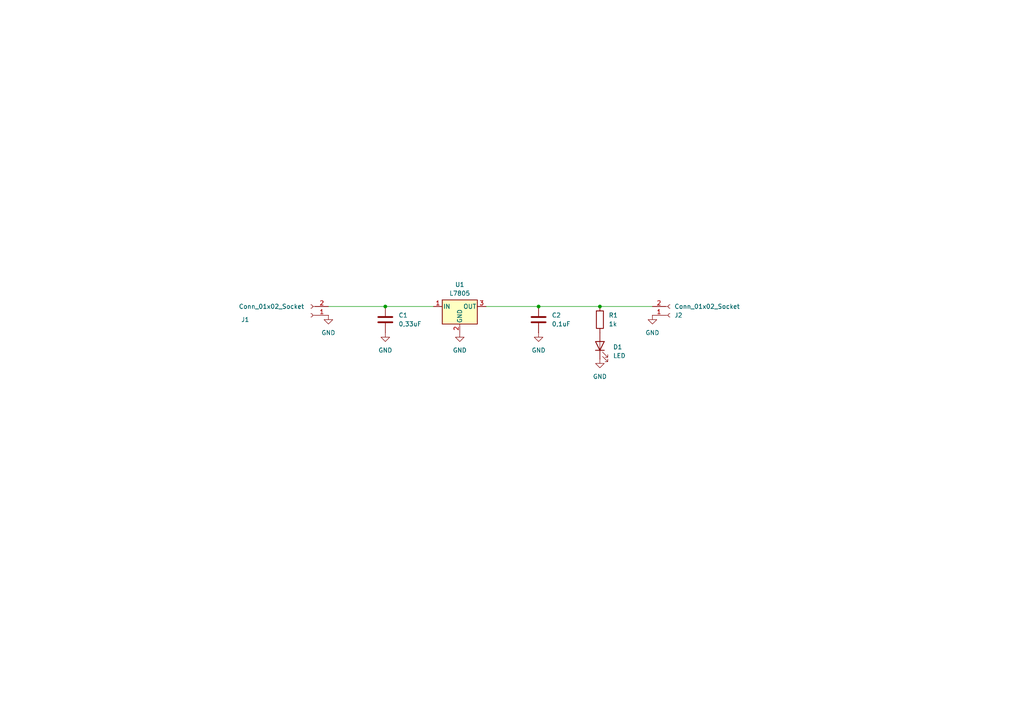
<source format=kicad_sch>
(kicad_sch
	(version 20231120)
	(generator "eeschema")
	(generator_version "8.0")
	(uuid "e1984a2d-4d38-4f40-b62d-4c6ad0e74022")
	(paper "A4")
	(lib_symbols
		(symbol "Connector:Conn_01x02_Socket"
			(pin_names
				(offset 1.016) hide)
			(exclude_from_sim no)
			(in_bom yes)
			(on_board yes)
			(property "Reference" "J"
				(at 0 2.54 0)
				(effects
					(font
						(size 1.27 1.27)
					)
				)
			)
			(property "Value" "Conn_01x02_Socket"
				(at 0 -5.08 0)
				(effects
					(font
						(size 1.27 1.27)
					)
				)
			)
			(property "Footprint" ""
				(at 0 0 0)
				(effects
					(font
						(size 1.27 1.27)
					)
					(hide yes)
				)
			)
			(property "Datasheet" "~"
				(at 0 0 0)
				(effects
					(font
						(size 1.27 1.27)
					)
					(hide yes)
				)
			)
			(property "Description" "Generic connector, single row, 01x02, script generated"
				(at 0 0 0)
				(effects
					(font
						(size 1.27 1.27)
					)
					(hide yes)
				)
			)
			(property "ki_locked" ""
				(at 0 0 0)
				(effects
					(font
						(size 1.27 1.27)
					)
				)
			)
			(property "ki_keywords" "connector"
				(at 0 0 0)
				(effects
					(font
						(size 1.27 1.27)
					)
					(hide yes)
				)
			)
			(property "ki_fp_filters" "Connector*:*_1x??_*"
				(at 0 0 0)
				(effects
					(font
						(size 1.27 1.27)
					)
					(hide yes)
				)
			)
			(symbol "Conn_01x02_Socket_1_1"
				(arc
					(start 0 -2.032)
					(mid -0.5058 -2.54)
					(end 0 -3.048)
					(stroke
						(width 0.1524)
						(type default)
					)
					(fill
						(type none)
					)
				)
				(polyline
					(pts
						(xy -1.27 -2.54) (xy -0.508 -2.54)
					)
					(stroke
						(width 0.1524)
						(type default)
					)
					(fill
						(type none)
					)
				)
				(polyline
					(pts
						(xy -1.27 0) (xy -0.508 0)
					)
					(stroke
						(width 0.1524)
						(type default)
					)
					(fill
						(type none)
					)
				)
				(arc
					(start 0 0.508)
					(mid -0.5058 0)
					(end 0 -0.508)
					(stroke
						(width 0.1524)
						(type default)
					)
					(fill
						(type none)
					)
				)
				(pin passive line
					(at -5.08 0 0)
					(length 3.81)
					(name "Pin_1"
						(effects
							(font
								(size 1.27 1.27)
							)
						)
					)
					(number "1"
						(effects
							(font
								(size 1.27 1.27)
							)
						)
					)
				)
				(pin passive line
					(at -5.08 -2.54 0)
					(length 3.81)
					(name "Pin_2"
						(effects
							(font
								(size 1.27 1.27)
							)
						)
					)
					(number "2"
						(effects
							(font
								(size 1.27 1.27)
							)
						)
					)
				)
			)
		)
		(symbol "Device:C"
			(pin_numbers hide)
			(pin_names
				(offset 0.254)
			)
			(exclude_from_sim no)
			(in_bom yes)
			(on_board yes)
			(property "Reference" "C"
				(at 0.635 2.54 0)
				(effects
					(font
						(size 1.27 1.27)
					)
					(justify left)
				)
			)
			(property "Value" "C"
				(at 0.635 -2.54 0)
				(effects
					(font
						(size 1.27 1.27)
					)
					(justify left)
				)
			)
			(property "Footprint" ""
				(at 0.9652 -3.81 0)
				(effects
					(font
						(size 1.27 1.27)
					)
					(hide yes)
				)
			)
			(property "Datasheet" "~"
				(at 0 0 0)
				(effects
					(font
						(size 1.27 1.27)
					)
					(hide yes)
				)
			)
			(property "Description" "Unpolarized capacitor"
				(at 0 0 0)
				(effects
					(font
						(size 1.27 1.27)
					)
					(hide yes)
				)
			)
			(property "ki_keywords" "cap capacitor"
				(at 0 0 0)
				(effects
					(font
						(size 1.27 1.27)
					)
					(hide yes)
				)
			)
			(property "ki_fp_filters" "C_*"
				(at 0 0 0)
				(effects
					(font
						(size 1.27 1.27)
					)
					(hide yes)
				)
			)
			(symbol "C_0_1"
				(polyline
					(pts
						(xy -2.032 -0.762) (xy 2.032 -0.762)
					)
					(stroke
						(width 0.508)
						(type default)
					)
					(fill
						(type none)
					)
				)
				(polyline
					(pts
						(xy -2.032 0.762) (xy 2.032 0.762)
					)
					(stroke
						(width 0.508)
						(type default)
					)
					(fill
						(type none)
					)
				)
			)
			(symbol "C_1_1"
				(pin passive line
					(at 0 3.81 270)
					(length 2.794)
					(name "~"
						(effects
							(font
								(size 1.27 1.27)
							)
						)
					)
					(number "1"
						(effects
							(font
								(size 1.27 1.27)
							)
						)
					)
				)
				(pin passive line
					(at 0 -3.81 90)
					(length 2.794)
					(name "~"
						(effects
							(font
								(size 1.27 1.27)
							)
						)
					)
					(number "2"
						(effects
							(font
								(size 1.27 1.27)
							)
						)
					)
				)
			)
		)
		(symbol "Device:LED"
			(pin_numbers hide)
			(pin_names
				(offset 1.016) hide)
			(exclude_from_sim no)
			(in_bom yes)
			(on_board yes)
			(property "Reference" "D"
				(at 0 2.54 0)
				(effects
					(font
						(size 1.27 1.27)
					)
				)
			)
			(property "Value" "LED"
				(at 0 -2.54 0)
				(effects
					(font
						(size 1.27 1.27)
					)
				)
			)
			(property "Footprint" ""
				(at 0 0 0)
				(effects
					(font
						(size 1.27 1.27)
					)
					(hide yes)
				)
			)
			(property "Datasheet" "~"
				(at 0 0 0)
				(effects
					(font
						(size 1.27 1.27)
					)
					(hide yes)
				)
			)
			(property "Description" "Light emitting diode"
				(at 0 0 0)
				(effects
					(font
						(size 1.27 1.27)
					)
					(hide yes)
				)
			)
			(property "ki_keywords" "LED diode"
				(at 0 0 0)
				(effects
					(font
						(size 1.27 1.27)
					)
					(hide yes)
				)
			)
			(property "ki_fp_filters" "LED* LED_SMD:* LED_THT:*"
				(at 0 0 0)
				(effects
					(font
						(size 1.27 1.27)
					)
					(hide yes)
				)
			)
			(symbol "LED_0_1"
				(polyline
					(pts
						(xy -1.27 -1.27) (xy -1.27 1.27)
					)
					(stroke
						(width 0.254)
						(type default)
					)
					(fill
						(type none)
					)
				)
				(polyline
					(pts
						(xy -1.27 0) (xy 1.27 0)
					)
					(stroke
						(width 0)
						(type default)
					)
					(fill
						(type none)
					)
				)
				(polyline
					(pts
						(xy 1.27 -1.27) (xy 1.27 1.27) (xy -1.27 0) (xy 1.27 -1.27)
					)
					(stroke
						(width 0.254)
						(type default)
					)
					(fill
						(type none)
					)
				)
				(polyline
					(pts
						(xy -3.048 -0.762) (xy -4.572 -2.286) (xy -3.81 -2.286) (xy -4.572 -2.286) (xy -4.572 -1.524)
					)
					(stroke
						(width 0)
						(type default)
					)
					(fill
						(type none)
					)
				)
				(polyline
					(pts
						(xy -1.778 -0.762) (xy -3.302 -2.286) (xy -2.54 -2.286) (xy -3.302 -2.286) (xy -3.302 -1.524)
					)
					(stroke
						(width 0)
						(type default)
					)
					(fill
						(type none)
					)
				)
			)
			(symbol "LED_1_1"
				(pin passive line
					(at -3.81 0 0)
					(length 2.54)
					(name "K"
						(effects
							(font
								(size 1.27 1.27)
							)
						)
					)
					(number "1"
						(effects
							(font
								(size 1.27 1.27)
							)
						)
					)
				)
				(pin passive line
					(at 3.81 0 180)
					(length 2.54)
					(name "A"
						(effects
							(font
								(size 1.27 1.27)
							)
						)
					)
					(number "2"
						(effects
							(font
								(size 1.27 1.27)
							)
						)
					)
				)
			)
		)
		(symbol "Device:R"
			(pin_numbers hide)
			(pin_names
				(offset 0)
			)
			(exclude_from_sim no)
			(in_bom yes)
			(on_board yes)
			(property "Reference" "R"
				(at 2.032 0 90)
				(effects
					(font
						(size 1.27 1.27)
					)
				)
			)
			(property "Value" "R"
				(at 0 0 90)
				(effects
					(font
						(size 1.27 1.27)
					)
				)
			)
			(property "Footprint" ""
				(at -1.778 0 90)
				(effects
					(font
						(size 1.27 1.27)
					)
					(hide yes)
				)
			)
			(property "Datasheet" "~"
				(at 0 0 0)
				(effects
					(font
						(size 1.27 1.27)
					)
					(hide yes)
				)
			)
			(property "Description" "Resistor"
				(at 0 0 0)
				(effects
					(font
						(size 1.27 1.27)
					)
					(hide yes)
				)
			)
			(property "ki_keywords" "R res resistor"
				(at 0 0 0)
				(effects
					(font
						(size 1.27 1.27)
					)
					(hide yes)
				)
			)
			(property "ki_fp_filters" "R_*"
				(at 0 0 0)
				(effects
					(font
						(size 1.27 1.27)
					)
					(hide yes)
				)
			)
			(symbol "R_0_1"
				(rectangle
					(start -1.016 -2.54)
					(end 1.016 2.54)
					(stroke
						(width 0.254)
						(type default)
					)
					(fill
						(type none)
					)
				)
			)
			(symbol "R_1_1"
				(pin passive line
					(at 0 3.81 270)
					(length 1.27)
					(name "~"
						(effects
							(font
								(size 1.27 1.27)
							)
						)
					)
					(number "1"
						(effects
							(font
								(size 1.27 1.27)
							)
						)
					)
				)
				(pin passive line
					(at 0 -3.81 90)
					(length 1.27)
					(name "~"
						(effects
							(font
								(size 1.27 1.27)
							)
						)
					)
					(number "2"
						(effects
							(font
								(size 1.27 1.27)
							)
						)
					)
				)
			)
		)
		(symbol "Regulator_Linear:L7805"
			(pin_names
				(offset 0.254)
			)
			(exclude_from_sim no)
			(in_bom yes)
			(on_board yes)
			(property "Reference" "U"
				(at -3.81 3.175 0)
				(effects
					(font
						(size 1.27 1.27)
					)
				)
			)
			(property "Value" "L7805"
				(at 0 3.175 0)
				(effects
					(font
						(size 1.27 1.27)
					)
					(justify left)
				)
			)
			(property "Footprint" ""
				(at 0.635 -3.81 0)
				(effects
					(font
						(size 1.27 1.27)
						(italic yes)
					)
					(justify left)
					(hide yes)
				)
			)
			(property "Datasheet" "http://www.st.com/content/ccc/resource/technical/document/datasheet/41/4f/b3/b0/12/d4/47/88/CD00000444.pdf/files/CD00000444.pdf/jcr:content/translations/en.CD00000444.pdf"
				(at 0 -1.27 0)
				(effects
					(font
						(size 1.27 1.27)
					)
					(hide yes)
				)
			)
			(property "Description" "Positive 1.5A 35V Linear Regulator, Fixed Output 5V, TO-220/TO-263/TO-252"
				(at 0 0 0)
				(effects
					(font
						(size 1.27 1.27)
					)
					(hide yes)
				)
			)
			(property "ki_keywords" "Voltage Regulator 1.5A Positive"
				(at 0 0 0)
				(effects
					(font
						(size 1.27 1.27)
					)
					(hide yes)
				)
			)
			(property "ki_fp_filters" "TO?252* TO?263* TO?220*"
				(at 0 0 0)
				(effects
					(font
						(size 1.27 1.27)
					)
					(hide yes)
				)
			)
			(symbol "L7805_0_1"
				(rectangle
					(start -5.08 1.905)
					(end 5.08 -5.08)
					(stroke
						(width 0.254)
						(type default)
					)
					(fill
						(type background)
					)
				)
			)
			(symbol "L7805_1_1"
				(pin power_in line
					(at -7.62 0 0)
					(length 2.54)
					(name "IN"
						(effects
							(font
								(size 1.27 1.27)
							)
						)
					)
					(number "1"
						(effects
							(font
								(size 1.27 1.27)
							)
						)
					)
				)
				(pin power_in line
					(at 0 -7.62 90)
					(length 2.54)
					(name "GND"
						(effects
							(font
								(size 1.27 1.27)
							)
						)
					)
					(number "2"
						(effects
							(font
								(size 1.27 1.27)
							)
						)
					)
				)
				(pin power_out line
					(at 7.62 0 180)
					(length 2.54)
					(name "OUT"
						(effects
							(font
								(size 1.27 1.27)
							)
						)
					)
					(number "3"
						(effects
							(font
								(size 1.27 1.27)
							)
						)
					)
				)
			)
		)
		(symbol "power:GND"
			(power)
			(pin_numbers hide)
			(pin_names
				(offset 0) hide)
			(exclude_from_sim no)
			(in_bom yes)
			(on_board yes)
			(property "Reference" "#PWR"
				(at 0 -6.35 0)
				(effects
					(font
						(size 1.27 1.27)
					)
					(hide yes)
				)
			)
			(property "Value" "GND"
				(at 0 -3.81 0)
				(effects
					(font
						(size 1.27 1.27)
					)
				)
			)
			(property "Footprint" ""
				(at 0 0 0)
				(effects
					(font
						(size 1.27 1.27)
					)
					(hide yes)
				)
			)
			(property "Datasheet" ""
				(at 0 0 0)
				(effects
					(font
						(size 1.27 1.27)
					)
					(hide yes)
				)
			)
			(property "Description" "Power symbol creates a global label with name \"GND\" , ground"
				(at 0 0 0)
				(effects
					(font
						(size 1.27 1.27)
					)
					(hide yes)
				)
			)
			(property "ki_keywords" "global power"
				(at 0 0 0)
				(effects
					(font
						(size 1.27 1.27)
					)
					(hide yes)
				)
			)
			(symbol "GND_0_1"
				(polyline
					(pts
						(xy 0 0) (xy 0 -1.27) (xy 1.27 -1.27) (xy 0 -2.54) (xy -1.27 -1.27) (xy 0 -1.27)
					)
					(stroke
						(width 0)
						(type default)
					)
					(fill
						(type none)
					)
				)
			)
			(symbol "GND_1_1"
				(pin power_in line
					(at 0 0 270)
					(length 0)
					(name "~"
						(effects
							(font
								(size 1.27 1.27)
							)
						)
					)
					(number "1"
						(effects
							(font
								(size 1.27 1.27)
							)
						)
					)
				)
			)
		)
	)
	(junction
		(at 111.76 88.9)
		(diameter 0)
		(color 0 0 0 0)
		(uuid "0a8dd210-466e-4bc6-9ec1-ad6749f16903")
	)
	(junction
		(at 156.21 88.9)
		(diameter 0)
		(color 0 0 0 0)
		(uuid "55eed579-ec01-47da-9163-83a82eb3bd09")
	)
	(junction
		(at 173.99 88.9)
		(diameter 0)
		(color 0 0 0 0)
		(uuid "ab916230-bf73-4005-8462-2da8139a2751")
	)
	(wire
		(pts
			(xy 173.99 88.9) (xy 189.23 88.9)
		)
		(stroke
			(width 0)
			(type default)
		)
		(uuid "45b52f69-31d8-41ba-b023-681c3c785881")
	)
	(wire
		(pts
			(xy 111.76 88.9) (xy 125.73 88.9)
		)
		(stroke
			(width 0)
			(type default)
		)
		(uuid "97cf2ed3-1a72-492e-8ea2-3641d18749d2")
	)
	(wire
		(pts
			(xy 156.21 88.9) (xy 173.99 88.9)
		)
		(stroke
			(width 0)
			(type default)
		)
		(uuid "9d983610-f2cd-4f3f-b980-1f2b8a69f5c9")
	)
	(wire
		(pts
			(xy 95.25 88.9) (xy 111.76 88.9)
		)
		(stroke
			(width 0)
			(type default)
		)
		(uuid "e1e7a468-2e1d-40c5-99a0-9add10c0da42")
	)
	(wire
		(pts
			(xy 140.97 88.9) (xy 156.21 88.9)
		)
		(stroke
			(width 0)
			(type default)
		)
		(uuid "f3048934-252b-4fb1-aa86-44d35b212e23")
	)
	(symbol
		(lib_id "power:GND")
		(at 173.99 104.14 0)
		(unit 1)
		(exclude_from_sim no)
		(in_bom yes)
		(on_board yes)
		(dnp no)
		(fields_autoplaced yes)
		(uuid "03a9fb64-6683-4b70-8bef-e72d4c1eaaf7")
		(property "Reference" "#PWR03"
			(at 173.99 110.49 0)
			(effects
				(font
					(size 1.27 1.27)
				)
				(hide yes)
			)
		)
		(property "Value" "GND"
			(at 173.99 109.22 0)
			(effects
				(font
					(size 1.27 1.27)
				)
			)
		)
		(property "Footprint" ""
			(at 173.99 104.14 0)
			(effects
				(font
					(size 1.27 1.27)
				)
				(hide yes)
			)
		)
		(property "Datasheet" ""
			(at 173.99 104.14 0)
			(effects
				(font
					(size 1.27 1.27)
				)
				(hide yes)
			)
		)
		(property "Description" "Power symbol creates a global label with name \"GND\" , ground"
			(at 173.99 104.14 0)
			(effects
				(font
					(size 1.27 1.27)
				)
				(hide yes)
			)
		)
		(pin "1"
			(uuid "90a3efce-e022-4704-bce4-54a6a02bb176")
		)
		(instances
			(project "tarea karen esquematico"
				(path "/e1984a2d-4d38-4f40-b62d-4c6ad0e74022"
					(reference "#PWR03")
					(unit 1)
				)
			)
		)
	)
	(symbol
		(lib_id "power:GND")
		(at 189.23 91.44 0)
		(unit 1)
		(exclude_from_sim no)
		(in_bom yes)
		(on_board yes)
		(dnp no)
		(fields_autoplaced yes)
		(uuid "03c25aeb-3812-44aa-83ba-e49b83b6a3ec")
		(property "Reference" "#PWR05"
			(at 189.23 97.79 0)
			(effects
				(font
					(size 1.27 1.27)
				)
				(hide yes)
			)
		)
		(property "Value" "GND"
			(at 189.23 96.52 0)
			(effects
				(font
					(size 1.27 1.27)
				)
			)
		)
		(property "Footprint" ""
			(at 189.23 91.44 0)
			(effects
				(font
					(size 1.27 1.27)
				)
				(hide yes)
			)
		)
		(property "Datasheet" ""
			(at 189.23 91.44 0)
			(effects
				(font
					(size 1.27 1.27)
				)
				(hide yes)
			)
		)
		(property "Description" "Power symbol creates a global label with name \"GND\" , ground"
			(at 189.23 91.44 0)
			(effects
				(font
					(size 1.27 1.27)
				)
				(hide yes)
			)
		)
		(pin "1"
			(uuid "3d1f2bab-af2c-4f0d-845d-c02ac47651c4")
		)
		(instances
			(project "tarea karen esquematico"
				(path "/e1984a2d-4d38-4f40-b62d-4c6ad0e74022"
					(reference "#PWR05")
					(unit 1)
				)
			)
		)
	)
	(symbol
		(lib_id "Device:LED")
		(at 173.99 100.33 90)
		(unit 1)
		(exclude_from_sim no)
		(in_bom yes)
		(on_board yes)
		(dnp no)
		(fields_autoplaced yes)
		(uuid "0407a63f-afd5-4831-9efa-6c8dfdb65058")
		(property "Reference" "D1"
			(at 177.8 100.6474 90)
			(effects
				(font
					(size 1.27 1.27)
				)
				(justify right)
			)
		)
		(property "Value" "LED"
			(at 177.8 103.1874 90)
			(effects
				(font
					(size 1.27 1.27)
				)
				(justify right)
			)
		)
		(property "Footprint" "LED_SMD:LED_1206_3216Metric"
			(at 173.99 100.33 0)
			(effects
				(font
					(size 1.27 1.27)
				)
				(hide yes)
			)
		)
		(property "Datasheet" "~"
			(at 173.99 100.33 0)
			(effects
				(font
					(size 1.27 1.27)
				)
				(hide yes)
			)
		)
		(property "Description" "Light emitting diode"
			(at 173.99 100.33 0)
			(effects
				(font
					(size 1.27 1.27)
				)
				(hide yes)
			)
		)
		(pin "1"
			(uuid "92f6473c-21ac-42e5-869a-d7800937eb00")
		)
		(pin "2"
			(uuid "25b23301-cc3f-450f-ac57-bc96c0ed01e8")
		)
		(instances
			(project ""
				(path "/e1984a2d-4d38-4f40-b62d-4c6ad0e74022"
					(reference "D1")
					(unit 1)
				)
			)
		)
	)
	(symbol
		(lib_id "Device:R")
		(at 173.99 92.71 0)
		(unit 1)
		(exclude_from_sim no)
		(in_bom yes)
		(on_board yes)
		(dnp no)
		(fields_autoplaced yes)
		(uuid "204e263d-82d2-47d4-a8d2-d2d6f3b85c68")
		(property "Reference" "R1"
			(at 176.53 91.4399 0)
			(effects
				(font
					(size 1.27 1.27)
				)
				(justify left)
			)
		)
		(property "Value" "1k"
			(at 176.53 93.9799 0)
			(effects
				(font
					(size 1.27 1.27)
				)
				(justify left)
			)
		)
		(property "Footprint" "Resistor_SMD:R_0805_2012Metric"
			(at 172.212 92.71 90)
			(effects
				(font
					(size 1.27 1.27)
				)
				(hide yes)
			)
		)
		(property "Datasheet" "~"
			(at 173.99 92.71 0)
			(effects
				(font
					(size 1.27 1.27)
				)
				(hide yes)
			)
		)
		(property "Description" "Resistor"
			(at 173.99 92.71 0)
			(effects
				(font
					(size 1.27 1.27)
				)
				(hide yes)
			)
		)
		(pin "2"
			(uuid "00558d7e-c5ad-4310-a4aa-6bbe621a0404")
		)
		(pin "1"
			(uuid "34c937c1-3051-4fa3-9f6b-e98789a174fc")
		)
		(instances
			(project ""
				(path "/e1984a2d-4d38-4f40-b62d-4c6ad0e74022"
					(reference "R1")
					(unit 1)
				)
			)
		)
	)
	(symbol
		(lib_id "power:GND")
		(at 156.21 96.52 0)
		(unit 1)
		(exclude_from_sim no)
		(in_bom yes)
		(on_board yes)
		(dnp no)
		(fields_autoplaced yes)
		(uuid "45c5960c-0fe3-46ed-9595-ab027dd32c96")
		(property "Reference" "#PWR02"
			(at 156.21 102.87 0)
			(effects
				(font
					(size 1.27 1.27)
				)
				(hide yes)
			)
		)
		(property "Value" "GND"
			(at 156.21 101.6 0)
			(effects
				(font
					(size 1.27 1.27)
				)
			)
		)
		(property "Footprint" ""
			(at 156.21 96.52 0)
			(effects
				(font
					(size 1.27 1.27)
				)
				(hide yes)
			)
		)
		(property "Datasheet" ""
			(at 156.21 96.52 0)
			(effects
				(font
					(size 1.27 1.27)
				)
				(hide yes)
			)
		)
		(property "Description" "Power symbol creates a global label with name \"GND\" , ground"
			(at 156.21 96.52 0)
			(effects
				(font
					(size 1.27 1.27)
				)
				(hide yes)
			)
		)
		(pin "1"
			(uuid "ab901604-be22-4fed-8e84-f20c4dfcd787")
		)
		(instances
			(project "tarea karen esquematico"
				(path "/e1984a2d-4d38-4f40-b62d-4c6ad0e74022"
					(reference "#PWR02")
					(unit 1)
				)
			)
		)
	)
	(symbol
		(lib_id "power:GND")
		(at 111.76 96.52 0)
		(unit 1)
		(exclude_from_sim no)
		(in_bom yes)
		(on_board yes)
		(dnp no)
		(fields_autoplaced yes)
		(uuid "5800f8f5-fb89-4920-9869-42e5deb83417")
		(property "Reference" "#PWR01"
			(at 111.76 102.87 0)
			(effects
				(font
					(size 1.27 1.27)
				)
				(hide yes)
			)
		)
		(property "Value" "GND"
			(at 111.76 101.6 0)
			(effects
				(font
					(size 1.27 1.27)
				)
			)
		)
		(property "Footprint" ""
			(at 111.76 96.52 0)
			(effects
				(font
					(size 1.27 1.27)
				)
				(hide yes)
			)
		)
		(property "Datasheet" ""
			(at 111.76 96.52 0)
			(effects
				(font
					(size 1.27 1.27)
				)
				(hide yes)
			)
		)
		(property "Description" "Power symbol creates a global label with name \"GND\" , ground"
			(at 111.76 96.52 0)
			(effects
				(font
					(size 1.27 1.27)
				)
				(hide yes)
			)
		)
		(pin "1"
			(uuid "4f865366-c216-449e-93e9-b0b7f8d02452")
		)
		(instances
			(project ""
				(path "/e1984a2d-4d38-4f40-b62d-4c6ad0e74022"
					(reference "#PWR01")
					(unit 1)
				)
			)
		)
	)
	(symbol
		(lib_id "Device:C")
		(at 156.21 92.71 0)
		(unit 1)
		(exclude_from_sim no)
		(in_bom yes)
		(on_board yes)
		(dnp no)
		(fields_autoplaced yes)
		(uuid "98a0494f-bb9e-4496-8f74-89a4c3a4dbd2")
		(property "Reference" "C2"
			(at 160.02 91.4399 0)
			(effects
				(font
					(size 1.27 1.27)
				)
				(justify left)
			)
		)
		(property "Value" "0,1uF"
			(at 160.02 93.9799 0)
			(effects
				(font
					(size 1.27 1.27)
				)
				(justify left)
			)
		)
		(property "Footprint" "Capacitor_SMD:C_0805_2012Metric"
			(at 157.1752 96.52 0)
			(effects
				(font
					(size 1.27 1.27)
				)
				(hide yes)
			)
		)
		(property "Datasheet" "~"
			(at 156.21 92.71 0)
			(effects
				(font
					(size 1.27 1.27)
				)
				(hide yes)
			)
		)
		(property "Description" "Unpolarized capacitor"
			(at 156.21 92.71 0)
			(effects
				(font
					(size 1.27 1.27)
				)
				(hide yes)
			)
		)
		(pin "1"
			(uuid "de9099ae-7259-4967-ba10-33d7245cfc7e")
		)
		(pin "2"
			(uuid "2b3e8c59-735c-46b4-81f7-a313f84b3f28")
		)
		(instances
			(project "tarea karen esquematico"
				(path "/e1984a2d-4d38-4f40-b62d-4c6ad0e74022"
					(reference "C2")
					(unit 1)
				)
			)
		)
	)
	(symbol
		(lib_id "power:GND")
		(at 133.35 96.52 0)
		(unit 1)
		(exclude_from_sim no)
		(in_bom yes)
		(on_board yes)
		(dnp no)
		(fields_autoplaced yes)
		(uuid "9c580831-0285-4e3f-bff1-82a619654595")
		(property "Reference" "#PWR04"
			(at 133.35 102.87 0)
			(effects
				(font
					(size 1.27 1.27)
				)
				(hide yes)
			)
		)
		(property "Value" "GND"
			(at 133.35 101.6 0)
			(effects
				(font
					(size 1.27 1.27)
				)
			)
		)
		(property "Footprint" ""
			(at 133.35 96.52 0)
			(effects
				(font
					(size 1.27 1.27)
				)
				(hide yes)
			)
		)
		(property "Datasheet" ""
			(at 133.35 96.52 0)
			(effects
				(font
					(size 1.27 1.27)
				)
				(hide yes)
			)
		)
		(property "Description" "Power symbol creates a global label with name \"GND\" , ground"
			(at 133.35 96.52 0)
			(effects
				(font
					(size 1.27 1.27)
				)
				(hide yes)
			)
		)
		(pin "1"
			(uuid "3177781b-cf23-4514-85b2-89ca2b96ee08")
		)
		(instances
			(project "tarea karen esquematico"
				(path "/e1984a2d-4d38-4f40-b62d-4c6ad0e74022"
					(reference "#PWR04")
					(unit 1)
				)
			)
		)
	)
	(symbol
		(lib_id "Connector:Conn_01x02_Socket")
		(at 194.31 91.44 0)
		(mirror x)
		(unit 1)
		(exclude_from_sim no)
		(in_bom yes)
		(on_board yes)
		(dnp no)
		(uuid "ad8224ad-b691-44c6-aecb-f969dbdf4f05")
		(property "Reference" "J2"
			(at 195.58 91.4401 0)
			(effects
				(font
					(size 1.27 1.27)
				)
				(justify left)
			)
		)
		(property "Value" "Conn_01x02_Socket"
			(at 195.58 88.9001 0)
			(effects
				(font
					(size 1.27 1.27)
				)
				(justify left)
			)
		)
		(property "Footprint" "Connector_Molex:Molex_KK-254_AE-6410-02A_1x02_P2.54mm_Vertical"
			(at 194.31 91.44 0)
			(effects
				(font
					(size 1.27 1.27)
				)
				(hide yes)
			)
		)
		(property "Datasheet" "~"
			(at 194.31 91.44 0)
			(effects
				(font
					(size 1.27 1.27)
				)
				(hide yes)
			)
		)
		(property "Description" "Generic connector, single row, 01x02, script generated"
			(at 194.31 91.44 0)
			(effects
				(font
					(size 1.27 1.27)
				)
				(hide yes)
			)
		)
		(pin "2"
			(uuid "09baaf36-598c-4ce2-acd5-36e8cd427399")
		)
		(pin "1"
			(uuid "6fdce4f0-d595-4524-ba2c-fe39d6efe16d")
		)
		(instances
			(project ""
				(path "/e1984a2d-4d38-4f40-b62d-4c6ad0e74022"
					(reference "J2")
					(unit 1)
				)
			)
		)
	)
	(symbol
		(lib_id "Connector:Conn_01x02_Socket")
		(at 90.17 91.44 180)
		(unit 1)
		(exclude_from_sim no)
		(in_bom yes)
		(on_board yes)
		(dnp no)
		(uuid "dc48f738-c875-45d5-b845-1c65b6a3c07f")
		(property "Reference" "J1"
			(at 71.12 92.71 0)
			(effects
				(font
					(size 1.27 1.27)
				)
			)
		)
		(property "Value" "Conn_01x02_Socket"
			(at 78.74 88.9 0)
			(effects
				(font
					(size 1.27 1.27)
				)
			)
		)
		(property "Footprint" "Connector_Molex:Molex_KK-254_AE-6410-02A_1x02_P2.54mm_Vertical"
			(at 90.17 91.44 0)
			(effects
				(font
					(size 1.27 1.27)
				)
				(hide yes)
			)
		)
		(property "Datasheet" "~"
			(at 90.17 91.44 0)
			(effects
				(font
					(size 1.27 1.27)
				)
				(hide yes)
			)
		)
		(property "Description" "Generic connector, single row, 01x02, script generated"
			(at 90.17 91.44 0)
			(effects
				(font
					(size 1.27 1.27)
				)
				(hide yes)
			)
		)
		(pin "2"
			(uuid "f17ff206-441b-40f2-90c7-78165885642f")
		)
		(pin "1"
			(uuid "9c369ab9-f395-41f1-b1cd-56d96dc2cc58")
		)
		(instances
			(project ""
				(path "/e1984a2d-4d38-4f40-b62d-4c6ad0e74022"
					(reference "J1")
					(unit 1)
				)
			)
		)
	)
	(symbol
		(lib_id "power:GND")
		(at 95.25 91.44 0)
		(unit 1)
		(exclude_from_sim no)
		(in_bom yes)
		(on_board yes)
		(dnp no)
		(fields_autoplaced yes)
		(uuid "e8588b03-11fa-43de-a262-d9885a1b4f59")
		(property "Reference" "#PWR06"
			(at 95.25 97.79 0)
			(effects
				(font
					(size 1.27 1.27)
				)
				(hide yes)
			)
		)
		(property "Value" "GND"
			(at 95.25 96.52 0)
			(effects
				(font
					(size 1.27 1.27)
				)
			)
		)
		(property "Footprint" ""
			(at 95.25 91.44 0)
			(effects
				(font
					(size 1.27 1.27)
				)
				(hide yes)
			)
		)
		(property "Datasheet" ""
			(at 95.25 91.44 0)
			(effects
				(font
					(size 1.27 1.27)
				)
				(hide yes)
			)
		)
		(property "Description" "Power symbol creates a global label with name \"GND\" , ground"
			(at 95.25 91.44 0)
			(effects
				(font
					(size 1.27 1.27)
				)
				(hide yes)
			)
		)
		(pin "1"
			(uuid "41d15605-1c13-428d-b6df-f8e6fca75e0a")
		)
		(instances
			(project "tarea karen esquematico"
				(path "/e1984a2d-4d38-4f40-b62d-4c6ad0e74022"
					(reference "#PWR06")
					(unit 1)
				)
			)
		)
	)
	(symbol
		(lib_id "Device:C")
		(at 111.76 92.71 0)
		(unit 1)
		(exclude_from_sim no)
		(in_bom yes)
		(on_board yes)
		(dnp no)
		(fields_autoplaced yes)
		(uuid "fa6546a3-4b3a-4e13-ab30-e9ce6e3fd891")
		(property "Reference" "C1"
			(at 115.57 91.4399 0)
			(effects
				(font
					(size 1.27 1.27)
				)
				(justify left)
			)
		)
		(property "Value" "0,33uF"
			(at 115.57 93.9799 0)
			(effects
				(font
					(size 1.27 1.27)
				)
				(justify left)
			)
		)
		(property "Footprint" "Capacitor_SMD:C_0805_2012Metric"
			(at 112.7252 96.52 0)
			(effects
				(font
					(size 1.27 1.27)
				)
				(hide yes)
			)
		)
		(property "Datasheet" "~"
			(at 111.76 92.71 0)
			(effects
				(font
					(size 1.27 1.27)
				)
				(hide yes)
			)
		)
		(property "Description" "Unpolarized capacitor"
			(at 111.76 92.71 0)
			(effects
				(font
					(size 1.27 1.27)
				)
				(hide yes)
			)
		)
		(pin "1"
			(uuid "43db0167-3861-4017-b782-eedb13fc46f1")
		)
		(pin "2"
			(uuid "47d6b1f3-1f97-43c9-bbd1-df31c69438af")
		)
		(instances
			(project ""
				(path "/e1984a2d-4d38-4f40-b62d-4c6ad0e74022"
					(reference "C1")
					(unit 1)
				)
			)
		)
	)
	(symbol
		(lib_id "Regulator_Linear:L7805")
		(at 133.35 88.9 0)
		(unit 1)
		(exclude_from_sim no)
		(in_bom yes)
		(on_board yes)
		(dnp no)
		(fields_autoplaced yes)
		(uuid "fdfb1482-bc47-45ee-af09-b1e72a7fce9e")
		(property "Reference" "U1"
			(at 133.35 82.55 0)
			(effects
				(font
					(size 1.27 1.27)
				)
			)
		)
		(property "Value" "L7805"
			(at 133.35 85.09 0)
			(effects
				(font
					(size 1.27 1.27)
				)
			)
		)
		(property "Footprint" "Package_TO_SOT_THT:TO-220-3_Vertical"
			(at 133.985 92.71 0)
			(effects
				(font
					(size 1.27 1.27)
					(italic yes)
				)
				(justify left)
				(hide yes)
			)
		)
		(property "Datasheet" "http://www.st.com/content/ccc/resource/technical/document/datasheet/41/4f/b3/b0/12/d4/47/88/CD00000444.pdf/files/CD00000444.pdf/jcr:content/translations/en.CD00000444.pdf"
			(at 133.35 90.17 0)
			(effects
				(font
					(size 1.27 1.27)
				)
				(hide yes)
			)
		)
		(property "Description" "Positive 1.5A 35V Linear Regulator, Fixed Output 5V, TO-220/TO-263/TO-252"
			(at 133.35 88.9 0)
			(effects
				(font
					(size 1.27 1.27)
				)
				(hide yes)
			)
		)
		(pin "2"
			(uuid "7b2813a9-48da-47e8-88ee-cdfb1ee0cf2f")
		)
		(pin "3"
			(uuid "c46c81d1-0580-4fdf-8a7a-a8111560e7d4")
		)
		(pin "1"
			(uuid "031b7dd3-e125-4408-a85e-bc165085a67f")
		)
		(instances
			(project ""
				(path "/e1984a2d-4d38-4f40-b62d-4c6ad0e74022"
					(reference "U1")
					(unit 1)
				)
			)
		)
	)
	(sheet_instances
		(path "/"
			(page "1")
		)
	)
)

</source>
